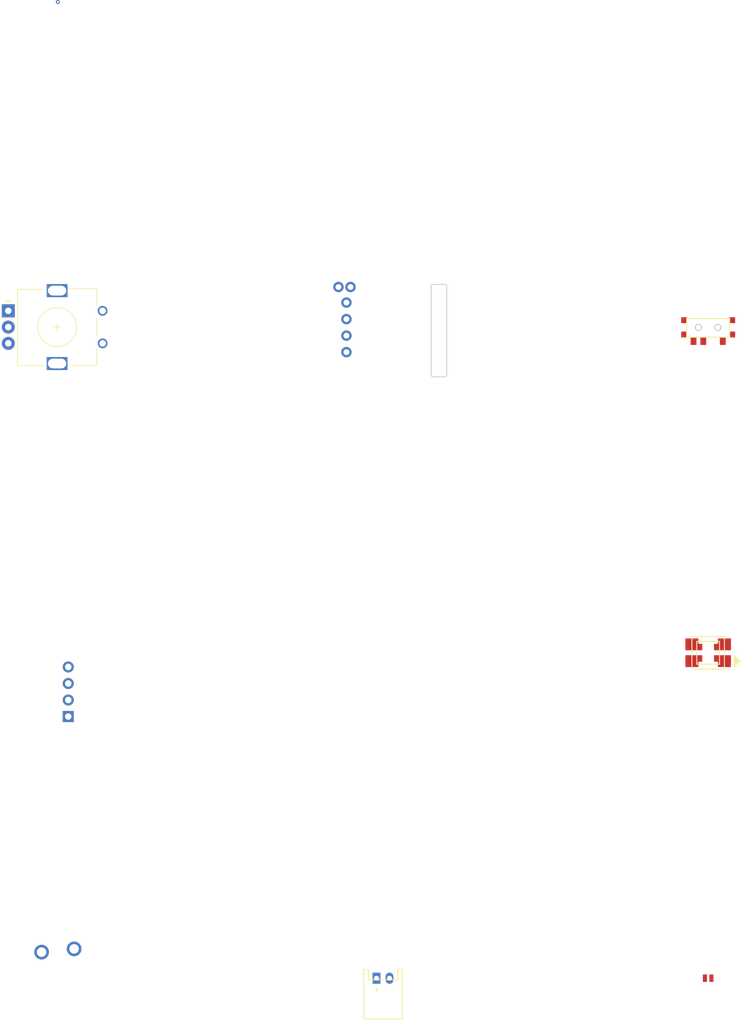
<source format=kicad_pcb>

            
(kicad_pcb (version 20171130) (host pcbnew 5.1.6)

  (page A3)
  (title_block
    (title pcb)
    (rev v1.0.0)
    (company Unknown)
  )

  (general
    (thickness 1.6)
  )

  (layers
    (0 F.Cu signal)
    (31 B.Cu signal)
    (32 B.Adhes user)
    (33 F.Adhes user)
    (34 B.Paste user)
    (35 F.Paste user)
    (36 B.SilkS user)
    (37 F.SilkS user)
    (38 B.Mask user)
    (39 F.Mask user)
    (40 Dwgs.User user)
    (41 Cmts.User user)
    (42 Eco1.User user)
    (43 Eco2.User user)
    (44 Edge.Cuts user)
    (45 Margin user)
    (46 B.CrtYd user)
    (47 F.CrtYd user)
    (48 B.Fab user)
    (49 F.Fab user)
  )

  (setup
    (last_trace_width 0.25)
    (trace_clearance 0.2)
    (zone_clearance 0.508)
    (zone_45_only no)
    (trace_min 0.2)
    (via_size 0.8)
    (via_drill 0.4)
    (via_min_size 0.4)
    (via_min_drill 0.3)
    (uvia_size 0.3)
    (uvia_drill 0.1)
    (uvias_allowed no)
    (uvia_min_size 0.2)
    (uvia_min_drill 0.1)
    (edge_width 0.05)
    (segment_width 0.2)
    (pcb_text_width 0.3)
    (pcb_text_size 1.5 1.5)
    (mod_edge_width 0.12)
    (mod_text_size 1 1)
    (mod_text_width 0.15)
    (pad_size 1.524 1.524)
    (pad_drill 0.762)
    (pad_to_mask_clearance 0.05)
    (aux_axis_origin 0 0)
    (visible_elements FFFFFF7F)
    (pcbplotparams
      (layerselection 0x010fc_ffffffff)
      (usegerberextensions false)
      (usegerberattributes true)
      (usegerberadvancedattributes true)
      (creategerberjobfile true)
      (excludeedgelayer true)
      (linewidth 0.100000)
      (plotframeref false)
      (viasonmask false)
      (mode 1)
      (useauxorigin false)
      (hpglpennumber 1)
      (hpglpenspeed 20)
      (hpglpendiameter 15.000000)
      (psnegative false)
      (psa4output false)
      (plotreference true)
      (plotvalue true)
      (plotinvisibletext false)
      (padsonsilk false)
      (subtractmaskfromsilk false)
      (outputformat 1)
      (mirror false)
      (drillshape 1)
      (scaleselection 1)
      (outputdirectory ""))
  )

            (net 0 "")
(net 1 "from")
(net 2 "to")
(net 3 "pos")
(net 4 "neg")
(net 5 "VCC")
(net 6 "GND")
(net 7 "SDA")
(net 8 "SCL")
(net 9 "din")
(net 10 "dout")
(net 11 "A")
(net 12 "B")
(net 13 "C")
(net 14 "D")
(net 15 "net")
            
  (net_class Default "This is the default net class."
    (clearance 0.2)
    (trace_width 0.25)
    (via_dia 0.8)
    (via_drill 0.4)
    (uvia_dia 0.3)
    (uvia_drill 0.1)
    (add_net "")
(add_net "from")
(add_net "to")
(add_net "pos")
(add_net "neg")
(add_net "VCC")
(add_net "GND")
(add_net "SDA")
(add_net "SCL")
(add_net "din")
(add_net "dout")
(add_net "A")
(add_net "B")
(add_net "C")
(add_net "D")
(add_net "net")
  )

            

    (module ALPS (layer F.Cu) (tedit 5CF31DEF)

        (at 0 0 0)
        
        
        (fp_text reference "S1" (at 0 0) (layer F.SilkS) hide (effects (font (size 1.27 1.27) (thickness 0.15))))
        (fp_text value "" (at 0 0) (layer F.SilkS) hide (effects (font (size 1.27 1.27) (thickness 0.15))))
        
        
        (fp_line (start -7 -6) (end -7 -7) (layer Dwgs.User) (width 0.15))
        (fp_line (start -7 7) (end -6 7) (layer Dwgs.User) (width 0.15))
        (fp_line (start -6 -7) (end -7 -7) (layer Dwgs.User) (width 0.15))
        (fp_line (start -7 7) (end -7 6) (layer Dwgs.User) (width 0.15))
        (fp_line (start 7 6) (end 7 7) (layer Dwgs.User) (width 0.15))
        (fp_line (start 7 -7) (end 6 -7) (layer Dwgs.User) (width 0.15))
        (fp_line (start 6 7) (end 7 7) (layer Dwgs.User) (width 0.15))
        (fp_line (start 7 -7) (end 7 -6) (layer Dwgs.User) (width 0.15))

        
        (pad 1 thru_hole circle (at 2.5 -4.5) (size 2.25 2.25) (drill 1.47) (layers *.Cu *.Mask) (net 1 "from"))
        (pad 2 thru_hole circle (at -2.5 -4) (size 2.25 2.25) (drill 1.47) (layers *.Cu *.Mask) (net 2 "to"))
    )

    

    
    (module JST_PH_S2B-PH-K_02x2.00mm_Angled (layer F.Cu) (tedit 58D3FE32)

        (descr "JST PH series connector, S2B-PH-K, side entry type, through hole, Datasheet: http://www.jst-mfg.com/product/pdf/eng/ePH.pdf")
        (tags "connector jst ph")

        (at 50 0 0)

        
        (fp_text reference "JST1" (at 0 0) (layer F.SilkS) hide (effects (font (size 1.27 1.27) (thickness 0.15))))
        (fp_text value "" (at 0 0) (layer F.SilkS) hide (effects (font (size 1.27 1.27) (thickness 0.15))))

        (fp_line (start -2.25 0.25) (end -2.25 -1.35) (layer F.SilkS) (width 0.15))
        (fp_line (start -2.25 -1.35) (end -2.95 -1.35) (layer F.SilkS) (width 0.15))
        (fp_line (start -2.95 -1.35) (end -2.95 6.25) (layer F.SilkS) (width 0.15))
        (fp_line (start -2.95 6.25) (end 2.95 6.25) (layer F.SilkS) (width 0.15))
        (fp_line (start 2.95 6.25) (end 2.95 -1.35) (layer F.SilkS) (width 0.15))
        (fp_line (start 2.95 -1.35) (end 2.25 -1.35) (layer F.SilkS) (width 0.15))
        (fp_line (start 2.25 -1.35) (end 2.25 0.25) (layer F.SilkS) (width 0.15))
        (fp_line (start 2.25 0.25) (end -2.25 0.25) (layer F.SilkS) (width 0.15))

        (fp_line (start -1 1.5) (end -1 2.0) (layer F.SilkS) (width 0.15))
        (fp_line (start -1.25 1.75) (end -0.75 1.75) (layer F.SilkS) (width 0.15))

        (pad 1 thru_hole rect (at -1 0 0) (size 1.2 1.7) (drill 0.75) (layers *.Cu *.Mask) (net 3 "pos"))
        (pad 2 thru_hole oval (at 1 0 0) (size 1.2 1.7) (drill 0.75) (layers *.Cu *.Mask) (net 4 "neg"))
            
    )
    
    

        (module lib:Jumper (layer F.Cu) (tedit 5E1ADAC2)
        (at 100 0 0) 

                
        (fp_text reference "J1" (at 0 0) (layer F.SilkS) hide (effects (font (size 1.27 1.27) (thickness 0.15))))
        (fp_text value Jumper (at 0 -7.3) (layer F.Fab) (effects (font (size 1 1) (thickness 0.15))))

        
        (pad 1 smd rect (at -0.50038 0 0) (size 0.635 1.143) (layers F.Cu F.Paste F.Mask)
        (clearance 0.1905) (net 1 "from"))
        (pad 2 smd rect (at 0.50038 0 0) (size 0.635 1.143) (layers F.Cu F.Paste F.Mask)
        (clearance 0.1905) (net 2 "to")))
    

        (module lib:OLED_headers (layer F.Cu) (tedit 5E1ADAC2)
        (at 0 -50 0) 

                
        (fp_text reference "OLED1" (at 0 0) (layer F.SilkS) hide (effects (font (size 1.27 1.27) (thickness 0.15))))
        (fp_text value OLED (at 0 -7.3) (layer F.Fab) (effects (font (size 1 1) (thickness 0.15))))

        
        (pad 4 thru_hole oval (at 1.6 2.18 270) (size 1.7 1.7) (drill 1) (layers *.Cu *.Mask)
        (net 7 "SDA"))
        (pad 3 thru_hole oval (at 1.6 4.72 270) (size 1.7 1.7) (drill 1) (layers *.Cu *.Mask)
        (net 8 "SCL"))
        (pad 2 thru_hole oval (at 1.6 7.26 270) (size 1.7 1.7) (drill 1) (layers *.Cu *.Mask)
        (net 5 "VCC"))
        (pad 1 thru_hole rect (at 1.6 9.8 270) (size 1.7 1.7) (drill 1) (layers *.Cu *.Mask)
        (net 6 "GND"))
        )
        

    
    (module OMRON_B3F-4055 (layer F.Cu) (tstamp 5BF2CC94)

        (at 50 -50 0)
        
        (fp_text reference "S2" (at 0 0) (layer F.SilkS) hide (effects (font (size 1.27 1.27) (thickness 0.15))))
        (fp_text value "" (at 0 0) (layer F.SilkS) hide (effects (font (size 1.27 1.27) (thickness 0.15))))
        
        
        (pad "" np_thru_hole circle (at 0 -4.5) (size 1.8 1.8) (drill 1.8) (layers *.Cu *.Mask))
        (pad "" np_thru_hole circle (at 0 4.5) (size 1.8 1.8) (drill 1.8) (layers *.Cu *.Mask))

        
        (fp_line (start -6 -6) (end 6 -6) (layer Dwgs.User) (width 0.15))
        (fp_line (start 6 -6) (end 6 6) (layer Dwgs.User) (width 0.15))
        (fp_line (start 6 6) (end -6 6) (layer Dwgs.User) (width 0.15))
        (fp_line (start -6 6) (end -6 -6) (layer Dwgs.User) (width 0.15))

        
        (pad 1 np_thru_hole circle (at 6.25 -2.5) (size 1.2 1.2) (drill 1.2) (layers *.Cu *.Mask) (net 1 "from"))
        (pad 2 np_thru_hole circle (at -6.25 -2.5) (size 1.2 1.2) (drill 1.2) (layers *.Cu *.Mask) (net 1 "from"))
        (pad 3 np_thru_hole circle (at 6.25 2.5) (size 1.2 1.2) (drill 1.2) (layers *.Cu *.Mask) (net 2 "to"))
        (pad 4 np_thru_hole circle (at -6.25 2.5 ) (size 1.2 1.2) (drill 1.2) (layers *.Cu *.Mask) (net 2 "to"))
    )
    
    

    
        (module WS2812B (layer F.Cu) (tedit 53BEE615)

            (at 100 -50 0)

            
            (fp_text reference "LED1" (at 0 0) (layer F.SilkS) hide (effects (font (size 1.27 1.27) (thickness 0.15))))
            (fp_text value "" (at 0 0) (layer F.SilkS) hide (effects (font (size 1.27 1.27) (thickness 0.15))))

            (fp_line (start -1.75 -1.75) (end -1.75 1.75) (layer F.SilkS) (width 0.15))
            (fp_line (start -1.75 1.75) (end 1.75 1.75) (layer F.SilkS) (width 0.15))
            (fp_line (start 1.75 1.75) (end 1.75 -1.75) (layer F.SilkS) (width 0.15))
            (fp_line (start 1.75 -1.75) (end -1.75 -1.75) (layer F.SilkS) (width 0.15))

            (fp_line (start -2.5 -2.5) (end -2.5 2.5) (layer F.SilkS) (width 0.15))
            (fp_line (start -2.5 2.5) (end 2.5 2.5) (layer F.SilkS) (width 0.15))
            (fp_line (start 2.5 2.5) (end 2.5 -2.5) (layer F.SilkS) (width 0.15))
            (fp_line (start 2.5 -2.5) (end -2.5 -2.5) (layer F.SilkS) (width 0.15))

            (fp_poly (pts (xy 4 2.2) (xy 4 0.375) (xy 5 1.2875)) (layer F.SilkS) (width 0.1))

            (pad 1 smd rect (at -2.2 -0.875 0) (size 2.6 1) (layers F.Cu F.Paste F.Mask) (net 5 "VCC"))
            (pad 2 smd rect (at -2.2 0.875 0) (size 2.6 1) (layers F.Cu F.Paste F.Mask) (net 10 "dout"))
            (pad 3 smd rect (at 2.2 0.875 0) (size 2.6 1) (layers F.Cu F.Paste F.Mask) (net 6 "GND"))
            (pad 4 smd rect (at 2.2 -0.875 0) (size 2.6 1) (layers F.Cu F.Paste F.Mask) (net 9 "din"))

            (pad 11 smd rect (at -2.5 -1.6 0) (size 2 1.2) (layers F.Cu F.Paste F.Mask) (net 5 "VCC"))
            (pad 22 smd rect (at -2.5 1.6 0) (size 2 1.2) (layers F.Cu F.Paste F.Mask) (net 10 "dout"))
            (pad 33 smd rect (at 2.5 1.6 0) (size 2 1.2) (layers F.Cu F.Paste F.Mask) (net 6 "GND"))
            (pad 44 smd rect (at 2.5 -1.6 0) (size 2 1.2) (layers F.Cu F.Paste F.Mask) (net 9 "din"))
            
        )
    
    

        (module rotary_encoder (layer F.Cu) (tedit 603326DE)

            (at 0 -100 0)
        
            
            (fp_text reference "ROT1" (at 0 0.5) (layer F.SilkS) 
                hide (effects (font (size 1 1) (thickness 0.15))))
            (fp_text value "" (at 0 8.89) (layer F.Fab)
                (effects (font (size 1 1) (thickness 0.15))))

            
            (fp_line (start -0.62 -0.04) (end 0.38 -0.04) (layer F.SilkS) (width 0.12))
            (fp_line (start -0.12 -0.54) (end -0.12 0.46) (layer F.SilkS) (width 0.12))
            (fp_line (start 5.98 3.26) (end 5.98 5.86) (layer F.SilkS) (width 0.12))
            (fp_line (start 5.98 -1.34) (end 5.98 1.26) (layer F.SilkS) (width 0.12))
            (fp_line (start 5.98 -5.94) (end 5.98 -3.34) (layer F.SilkS) (width 0.12))
            (fp_line (start -3.12 -0.04) (end 2.88 -0.04) (layer F.Fab) (width 0.12))
            (fp_line (start -0.12 -3.04) (end -0.12 2.96) (layer F.Fab) (width 0.12))
            (fp_line (start -7.32 -4.14) (end -7.62 -3.84) (layer F.SilkS) (width 0.12))
            (fp_line (start -7.92 -4.14) (end -7.32 -4.14) (layer F.SilkS) (width 0.12))
            (fp_line (start -7.62 -3.84) (end -7.92 -4.14) (layer F.SilkS) (width 0.12))
            (fp_line (start -6.22 -5.84) (end -6.22 5.86) (layer F.SilkS) (width 0.12))
            (fp_line (start -2.12 -5.84) (end -6.22 -5.84) (layer F.SilkS) (width 0.12))
            (fp_line (start -2.12 5.86) (end -6.22 5.86) (layer F.SilkS) (width 0.12))
            (fp_line (start 5.98 5.86) (end 1.88 5.86) (layer F.SilkS) (width 0.12))
            (fp_line (start 1.88 -5.94) (end 5.98 -5.94) (layer F.SilkS) (width 0.12))
            (fp_line (start -6.12 -4.74) (end -5.12 -5.84) (layer F.Fab) (width 0.12))
            (fp_line (start -6.12 5.76) (end -6.12 -4.74) (layer F.Fab) (width 0.12))
            (fp_line (start 5.88 5.76) (end -6.12 5.76) (layer F.Fab) (width 0.12))
            (fp_line (start 5.88 -5.84) (end 5.88 5.76) (layer F.Fab) (width 0.12))
            (fp_line (start -5.12 -5.84) (end 5.88 -5.84) (layer F.Fab) (width 0.12))
            (fp_line (start -8.87 -6.89) (end 7.88 -6.89) (layer F.CrtYd) (width 0.05))
            (fp_line (start -8.87 -6.89) (end -8.87 6.81) (layer F.CrtYd) (width 0.05))
            (fp_line (start 7.88 6.81) (end 7.88 -6.89) (layer F.CrtYd) (width 0.05))
            (fp_line (start 7.88 6.81) (end -8.87 6.81) (layer F.CrtYd) (width 0.05))
            (fp_circle (center -0.12 -0.04) (end 2.88 -0.04) (layer F.SilkS) (width 0.12))
            (fp_circle (center -0.12 -0.04) (end 2.88 -0.04) (layer F.Fab) (width 0.12))

            
            (pad A thru_hole rect (at -7.62 -2.54 0) (size 2 2) (drill 1) (layers *.Cu *.Mask) (net 11 "A"))
            (pad C thru_hole circle (at -7.62 -0.04) (size 2 2) (drill 1) (layers *.Cu *.Mask) (net 13 "C"))
            (pad B thru_hole circle (at -7.62 2.46) (size 2 2) (drill 1) (layers *.Cu *.Mask) (net 12 "B"))
            (pad 1 thru_hole circle (at 6.88 -2.54) (size 1.5 1.5) (drill 1) (layers *.Cu *.Mask) (net 1 "from"))
            (pad 2 thru_hole circle (at 6.88 2.46) (size 1.5 1.5) (drill 1) (layers *.Cu *.Mask) (net 2 "to"))

            
            (pad "" thru_hole rect (at -0.12 -5.64 0) (size 3.2 2) (drill oval 2.8 1.5) (layers *.Cu *.Mask))
            (pad "" thru_hole rect (at -0.12 5.56 0)  (size 3.2 2) (drill oval 2.8 1.5) (layers *.Cu *.Mask))
        )
    

        
        (module RollerEncoder_Panasonic_EVQWGD001 (layer F.Cu) (tedit 6040A10C)
        (at 50 -100 0)   
        (fp_text reference REF** (at 0 0 0) (layer F.Fab) (effects (font (size 1 1) (thickness 0.15))))
        (fp_text value RollerEncoder_Panasonic_EVQWGD001 (at -0.1 9 0) (layer F.Fab) (effects (font (size 1 1) (thickness 0.15))))
        
        
        (fp_line (start -8.4 -6.4) (end 8.4 -6.4) (layer Dwgs.User) (width 0.12))
        (fp_line (start 8.4 -6.4) (end 8.4 7.4) (layer Dwgs.User) (width 0.12))
        (fp_line (start 8.4 7.4) (end -8.4 7.4) (layer Dwgs.User) (width 0.12))
        (fp_line (start -8.4 7.4) (end -8.4 -6.4) (layer Dwgs.User) (width 0.12))
      
        
          
          (fp_line (start 9.8 7.3) (end 9.8 -6.3) (layer Edge.Cuts) (width 0.15))
          (fp_line (start 7.4 -6.3) (end 7.4 7.3) (layer Edge.Cuts) (width 0.15))
          (fp_line (start 9.5 -6.6) (end 7.7 -6.6) (layer Edge.Cuts) (width 0.15))
          (fp_line (start 7.7 7.6) (end 9.5 7.6) (layer Edge.Cuts) (width 0.15))
          (fp_arc (start 7.7 7.3) (end 7.4 7.3) (angle -90) (layer Edge.Cuts) (width 0.15))
          (fp_arc (start 9.5 7.3) (end 9.5 7.6) (angle -90) (layer Edge.Cuts) (width 0.15))
          (fp_arc (start 7.7 -6.3) (end 7.7 -6.6) (angle -90) (layer Edge.Cuts) (width 0.15))
          (fp_arc (start 9.5 -6.3) (end 9.8 -6.3) (angle -90) (layer Edge.Cuts) (width 0.15))

          
          (pad S1 thru_hole circle (at -6.85 -6.2 0) (size 1.6 1.6) (drill 0.9) (layers *.Cu *.Mask) (net 1 "from"))
          (pad S2 thru_hole circle (at -5 -6.2 0) (size 1.6 1.6) (drill 0.9) (layers *.Cu *.Mask) (net 2 "to"))
          (pad A thru_hole circle (at -5.625 -3.81 0) (size 1.6 1.6) (drill 0.9) (layers *.Cu *.Mask) (net 11 "A"))
          (pad B thru_hole circle (at -5.625 -1.27 0) (size 1.6 1.6) (drill 0.9) (layers *.Cu *.Mask) (net 12 "B"))
          (pad C thru_hole circle (at -5.625 1.27 0) (size 1.6 1.6) (drill 0.9) (layers *.Cu *.Mask) (net 13 "C"))
          (pad D thru_hole circle (at -5.625 3.81 0) (size 1.6 1.6) (drill 0.9) (layers *.Cu *.Mask) (net 14 "D"))

          
          (pad "" np_thru_hole circle (at -5.625 6.3 0) (size 1.5 1.5) (drill 1.5) (layers *.Cu *.Mask))
        )
        

        
        (module E73:SPDT_C128955 (layer F.Cu) (tstamp 5BF2CC3C)

            (at 100 -100 0)

            
            (fp_text reference "T1" (at 0 0) (layer F.SilkS) hide (effects (font (size 1.27 1.27) (thickness 0.15))))
            (fp_text value "" (at 0 0) (layer F.SilkS) hide (effects (font (size 1.27 1.27) (thickness 0.15))))
            
            
            (fp_line (start 1.95 -1.35) (end -1.95 -1.35) (layer F.SilkS) (width 0.15))
            (fp_line (start 0 -1.35) (end -3.3 -1.35) (layer F.SilkS) (width 0.15))
            (fp_line (start -3.3 -1.35) (end -3.3 1.5) (layer F.SilkS) (width 0.15))
            (fp_line (start -3.3 1.5) (end 3.3 1.5) (layer F.SilkS) (width 0.15))
            (fp_line (start 3.3 1.5) (end 3.3 -1.35) (layer F.SilkS) (width 0.15))
            (fp_line (start 0 -1.35) (end 3.3 -1.35) (layer F.SilkS) (width 0.15))
            
            
            (fp_line (start -1.95 -3.85) (end 1.95 -3.85) (layer Dwgs.User) (width 0.15))
            (fp_line (start 1.95 -3.85) (end 1.95 -1.35) (layer Dwgs.User) (width 0.15))
            (fp_line (start -1.95 -1.35) (end -1.95 -3.85) (layer Dwgs.User) (width 0.15))
            
            
            (pad "" np_thru_hole circle (at 1.5 0) (size 1 1) (drill 0.9) (layers *.Cu *.Mask))
            (pad "" np_thru_hole circle (at -1.5 0) (size 1 1) (drill 0.9) (layers *.Cu *.Mask))

            
            (pad 1 smd rect (at 2.25 2.075 0) (size 0.9 1.25) (layers F.Cu F.Paste F.Mask) (net 1 "from"))
            (pad 2 smd rect (at -0.75 2.075 0) (size 0.9 1.25) (layers F.Cu F.Paste F.Mask) (net 2 "to"))
            (pad 3 smd rect (at -2.25 2.075 0) (size 0.9 1.25) (layers F.Cu F.Paste F.Mask))
            
            
            (pad "" smd rect (at 3.7 -1.1 0) (size 0.9 0.9) (layers F.Cu F.Paste F.Mask))
            (pad "" smd rect (at 3.7 1.1 0) (size 0.9 0.9) (layers F.Cu F.Paste F.Mask))
            (pad "" smd rect (at -3.7 1.1 0) (size 0.9 0.9) (layers F.Cu F.Paste F.Mask))
            (pad "" smd rect (at -3.7 -1.1 0) (size 0.9 0.9) (layers F.Cu F.Paste F.Mask))
        )
        
        

      (module VIA-0.6mm (layer F.Cu) (tedit 591DBFB0)
      (at 0 -150 0)   
      
      (fp_text reference REF** (at 0 1.4) (layer F.SilkS) hide (effects (font (size 1 1) (thickness 0.15))))
      (fp_text value VIA-0.6mm (at 0 -1.4) (layer F.Fab) hide (effects (font (size 1 1) (thickness 0.15))))

      
      (pad 1 thru_hole circle (at 0 0) (size 0.6 0.6) (drill 0.3) (layers *.Cu) (zone_connect 2) (net 15 "net"))
      )
    
            
            
)

        
</source>
